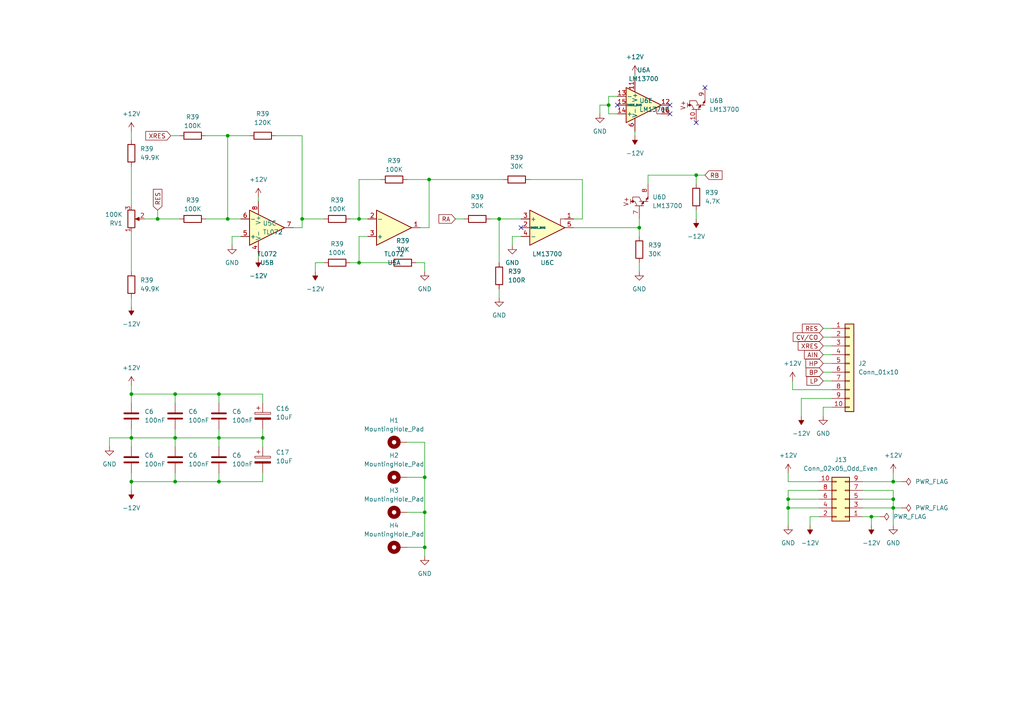
<source format=kicad_sch>
(kicad_sch (version 20230121) (generator eeschema)
  (paper "A4")
  (lib_symbols
    (symbol "Amplifier_Operational:LM13700" (pin_names (offset 0.127))
      (property "Reference" "U" (at 3.81 5.08 0))
      (property "Value" "LM13700" (at 5.08 -5.08 0))
      (symbol "LM13700_1_1"
        (polyline (pts (xy 3.81 -0.635) (xy 3.81 -2.54) (xy 5.08 -2.54)))
        (polyline (pts (xy 5.08 0) (xy -5.08 -5.08) (xy -5.08 5.08) (xy 5.08 0)) (stroke (width 0.254)) (fill (type background)))
        (pin output line (at 7.62 0 180) (length 2.54) (name "~") (number "12"))
        (pin input line (at -7.62 2.54 0) (length 2.54) (name "-") (number "13"))
        (pin input line (at -7.62 -2.54 0) (length 2.54) (name "+") (number "14"))
        (pin input line (at -7.62 0 0) (length 2.54) (name "DIODE_BIAS") (number "15"))
        (pin input line (at 7.62 -2.54 180) (length 2.54) (name "~") (number "16"))
      )
      (symbol "LM13700_2_0"
        (polyline (pts (xy -1.905 2.54) (xy -3.175 2.54)))
      )
      (symbol "LM13700_2_1"
        (circle (center -2.54 1.905) (radius 0.254) (stroke (width 0.254)) (fill (type outline)))
        (polyline (pts (xy -3.81 -0.635) (xy -2.54 -1.27)))
        (polyline (pts (xy -3.81 1.27) (xy -3.81 -1.27)))
        (polyline (pts (xy -2.54 -1.905) (xy -1.27 -2.54)))
        (polyline (pts (xy -2.54 0) (xy -2.54 -2.54)))
        (polyline (pts (xy -3.81 0.635) (xy -2.54 1.27) (xy -2.54 1.905) (xy -2.54 2.54)))
        (polyline (pts (xy -2.54 -1.27) (xy -3.175 -0.635) (xy -3.175 -1.27) (xy -2.54 -1.27)) (fill (type outline)))
        (polyline (pts (xy -2.54 -0.635) (xy -1.27 0) (xy -1.27 1.905) (xy -2.54 1.905)))
        (polyline (pts (xy -1.27 -2.54) (xy -1.905 -1.905) (xy -1.905 -2.54) (xy -1.27 -2.54)) (fill (type outline)))
        (text "V+" (at -2.54 3.81 0) (effects (font (size 1.27 1.27))))
        (pin input line (at -7.62 0 0) (length 3.81) (name "~") (number "10"))
        (pin output line (at 2.54 -2.54 180) (length 3.81) (name "~") (number "9"))
      )
      (symbol "LM13700_3_1"
        (polyline (pts (xy 3.81 -0.635) (xy 3.81 -2.54) (xy 5.08 -2.54)))
        (polyline (pts (xy 5.08 0) (xy -5.08 -5.08) (xy -5.08 5.08) (xy 5.08 0)) (stroke (width 0.254)) (fill (type background)))
        (pin input line (at 7.62 -2.54 180) (length 2.54) (name "~") (number "1"))
        (pin input line (at -7.62 0 0) (length 2.54) (name "DIODE_BIAS") (number "2"))
        (pin input line (at -7.62 -2.54 0) (length 2.54) (name "+") (number "3"))
        (pin input line (at -7.62 2.54 0) (length 2.54) (name "-") (number "4"))
        (pin output line (at 7.62 0 180) (length 2.54) (name "~") (number "5"))
      )
      (symbol "LM13700_4_0"
        (polyline (pts (xy -3.175 2.54) (xy -1.905 2.54)))
        (text "V+" (at -2.54 3.81 0) (effects (font (size 1.27 1.27))))
      )
      (symbol "LM13700_4_1"
        (circle (center -2.54 1.905) (radius 0.254) (stroke (width 0.254)) (fill (type outline)))
        (polyline (pts (xy -3.81 -0.635) (xy -2.54 -1.27)))
        (polyline (pts (xy -3.81 1.27) (xy -3.81 -1.27)))
        (polyline (pts (xy -2.54 -1.905) (xy -1.27 -2.54)))
        (polyline (pts (xy -2.54 0) (xy -2.54 -2.54)))
        (polyline (pts (xy -3.81 0.635) (xy -2.54 1.27) (xy -2.54 2.54)))
        (polyline (pts (xy -2.54 -1.27) (xy -3.175 -0.635) (xy -3.175 -1.27) (xy -2.54 -1.27)) (fill (type outline)))
        (polyline (pts (xy -2.54 -0.635) (xy -1.27 0) (xy -1.27 1.905) (xy -2.54 1.905)))
        (polyline (pts (xy -1.27 -2.54) (xy -1.905 -1.905) (xy -1.905 -2.54) (xy -1.27 -2.54)) (fill (type outline)))
        (pin input line (at -7.62 0 0) (length 3.81) (name "~") (number "7"))
        (pin output line (at 2.54 -2.54 180) (length 3.81) (name "~") (number "8"))
      )
      (symbol "LM13700_5_1"
        (pin power_in line (at -2.54 7.62 270) (length 3.81) (name "V+") (number "11"))
        (pin power_in line (at -2.54 -7.62 90) (length 3.81) (name "V-") (number "6"))
      )
    )
    (symbol "Amplifier_Operational:TL072" (pin_names (offset 0.127))
      (property "Reference" "U" (at 0 5.08 0))
      (property "Value" "TL072" (at 0 -5.08 0))
      (symbol "TL072_1_1"
        (polyline (pts (xy -5.08 5.08) (xy 5.08 0) (xy -5.08 -5.08) (xy -5.08 5.08)) (stroke (width 0.254)) (fill (type background)))
        (pin output line (at 7.62 0 180) (length 2.54) (name "~") (number "1"))
        (pin input line (at -7.62 -2.54 0) (length 2.54) (name "-") (number "2"))
        (pin input line (at -7.62 2.54 0) (length 2.54) (name "+") (number "3"))
      )
      (symbol "TL072_2_1"
        (polyline (pts (xy -5.08 5.08) (xy 5.08 0) (xy -5.08 -5.08) (xy -5.08 5.08)) (stroke (width 0.254)) (fill (type background)))
        (pin input line (at -7.62 2.54 0) (length 2.54) (name "+") (number "5"))
        (pin input line (at -7.62 -2.54 0) (length 2.54) (name "-") (number "6"))
        (pin output line (at 7.62 0 180) (length 2.54) (name "~") (number "7"))
      )
      (symbol "TL072_3_1"
        (pin power_in line (at -2.54 -7.62 90) (length 3.81) (name "V-") (number "4"))
        (pin power_in line (at -2.54 7.62 270) (length 3.81) (name "V+") (number "8"))
      )
    )
    (symbol "Connector_Generic:Conn_01x10" (pin_names (offset 1.016) hide)
      (property "Reference" "J" (at 0 12.7 0))
      (property "Value" "Conn_01x10" (at 0 -15.24 0))
      (symbol "Conn_01x10_1_1"
        (rectangle (start -1.27 -12.573) (end 0 -12.827) (stroke (width 0.1524)))
        (rectangle (start -1.27 -10.033) (end 0 -10.287) (stroke (width 0.1524)))
        (rectangle (start -1.27 -7.493) (end 0 -7.747) (stroke (width 0.1524)))
        (rectangle (start -1.27 -4.953) (end 0 -5.207) (stroke (width 0.1524)))
        (rectangle (start -1.27 -2.413) (end 0 -2.667) (stroke (width 0.1524)))
        (rectangle (start -1.27 0.127) (end 0 -0.127) (stroke (width 0.1524)))
        (rectangle (start -1.27 2.667) (end 0 2.413) (stroke (width 0.1524)))
        (rectangle (start -1.27 5.207) (end 0 4.953) (stroke (width 0.1524)))
        (rectangle (start -1.27 7.747) (end 0 7.493) (stroke (width 0.1524)))
        (rectangle (start -1.27 10.287) (end 0 10.033) (stroke (width 0.1524)))
        (rectangle (start -1.27 11.43) (end 1.27 -13.97) (stroke (width 0.254)) (fill (type background)))
        (pin passive line (at -5.08 10.16 0) (length 3.81) (name "Pin_1") (number "1"))
        (pin passive line (at -5.08 -12.7 0) (length 3.81) (name "Pin_10") (number "10"))
        (pin passive line (at -5.08 7.62 0) (length 3.81) (name "Pin_2") (number "2"))
        (pin passive line (at -5.08 5.08 0) (length 3.81) (name "Pin_3") (number "3"))
        (pin passive line (at -5.08 2.54 0) (length 3.81) (name "Pin_4") (number "4"))
        (pin passive line (at -5.08 0 0) (length 3.81) (name "Pin_5") (number "5"))
        (pin passive line (at -5.08 -2.54 0) (length 3.81) (name "Pin_6") (number "6"))
        (pin passive line (at -5.08 -5.08 0) (length 3.81) (name "Pin_7") (number "7"))
        (pin passive line (at -5.08 -7.62 0) (length 3.81) (name "Pin_8") (number "8"))
        (pin passive line (at -5.08 -10.16 0) (length 3.81) (name "Pin_9") (number "9"))
      )
    )
    (symbol "Connector_Generic:Conn_02x05_Odd_Even" (pin_names (offset 1.016) hide)
      (property "Reference" "J" (at 1.27 7.62 0))
      (property "Value" "Conn_02x05_Odd_Even" (at 1.27 -7.62 0))
      (symbol "Conn_02x05_Odd_Even_1_1"
        (rectangle (start -1.27 -4.953) (end 0 -5.207) (stroke (width 0.1524)))
        (rectangle (start -1.27 -2.413) (end 0 -2.667) (stroke (width 0.1524)))
        (rectangle (start -1.27 0.127) (end 0 -0.127) (stroke (width 0.1524)))
        (rectangle (start -1.27 2.667) (end 0 2.413) (stroke (width 0.1524)))
        (rectangle (start -1.27 5.207) (end 0 4.953) (stroke (width 0.1524)))
        (rectangle (start -1.27 6.35) (end 3.81 -6.35) (stroke (width 0.254)) (fill (type background)))
        (rectangle (start 3.81 -4.953) (end 2.54 -5.207) (stroke (width 0.1524)))
        (rectangle (start 3.81 -2.413) (end 2.54 -2.667) (stroke (width 0.1524)))
        (rectangle (start 3.81 0.127) (end 2.54 -0.127) (stroke (width 0.1524)))
        (rectangle (start 3.81 2.667) (end 2.54 2.413) (stroke (width 0.1524)))
        (rectangle (start 3.81 5.207) (end 2.54 4.953) (stroke (width 0.1524)))
        (pin passive line (at -5.08 5.08 0) (length 3.81) (name "Pin_1") (number "1"))
        (pin passive line (at 7.62 -5.08 180) (length 3.81) (name "Pin_10") (number "10"))
        (pin passive line (at 7.62 5.08 180) (length 3.81) (name "Pin_2") (number "2"))
        (pin passive line (at -5.08 2.54 0) (length 3.81) (name "Pin_3") (number "3"))
        (pin passive line (at 7.62 2.54 180) (length 3.81) (name "Pin_4") (number "4"))
        (pin passive line (at -5.08 0 0) (length 3.81) (name "Pin_5") (number "5"))
        (pin passive line (at 7.62 0 180) (length 3.81) (name "Pin_6") (number "6"))
        (pin passive line (at -5.08 -2.54 0) (length 3.81) (name "Pin_7") (number "7"))
        (pin passive line (at 7.62 -2.54 180) (length 3.81) (name "Pin_8") (number "8"))
        (pin passive line (at -5.08 -5.08 0) (length 3.81) (name "Pin_9") (number "9"))
      )
    )
    (symbol "Device:C" (pin_numbers hide) (pin_names (offset 0.254))
      (property "Reference" "C" (at 0.635 2.54 0))
      (property "Value" "C" (at 0.635 -2.54 0))
      (symbol "C_0_1"
        (polyline (pts (xy -2.032 -0.762) (xy 2.032 -0.762)) (stroke (width 0.508)))
        (polyline (pts (xy -2.032 0.762) (xy 2.032 0.762)) (stroke (width 0.508)))
      )
      (symbol "C_1_1"
        (pin passive line (at 0 3.81 270) (length 2.794) (name "~") (number "1"))
        (pin passive line (at 0 -3.81 90) (length 2.794) (name "~") (number "2"))
      )
    )
    (symbol "Device:C_Polarized" (pin_numbers hide) (pin_names (offset 0.254))
      (property "Reference" "C" (at 0.635 2.54 0))
      (property "Value" "C_Polarized" (at 0.635 -2.54 0))
      (symbol "C_Polarized_0_1"
        (rectangle (start -2.286 0.508) (end 2.286 1.016))
        (polyline (pts (xy -1.778 2.286) (xy -0.762 2.286)))
        (polyline (pts (xy -1.27 2.794) (xy -1.27 1.778)))
        (rectangle (start 2.286 -0.508) (end -2.286 -1.016) (fill (type outline)))
      )
      (symbol "C_Polarized_1_1"
        (pin passive line (at 0 3.81 270) (length 2.794) (name "~") (number "1"))
        (pin passive line (at 0 -3.81 90) (length 2.794) (name "~") (number "2"))
      )
    )
    (symbol "Device:R" (pin_numbers hide) (pin_names (offset 0))
      (property "Reference" "R" (at 2.032 0 90))
      (property "Value" "R" (at 0 0 90))
      (symbol "R_0_1"
        (rectangle (start -1.016 -2.54) (end 1.016 2.54) (stroke (width 0.254)))
      )
      (symbol "R_1_1"
        (pin passive line (at 0 3.81 270) (length 1.27) (name "~") (number "1"))
        (pin passive line (at 0 -3.81 90) (length 1.27) (name "~") (number "2"))
      )
    )
    (symbol "Device:R_Potentiometer" (pin_names (offset 1.016) hide)
      (property "Reference" "RV" (at -4.445 0 90))
      (property "Value" "R_Potentiometer" (at -2.54 0 90))
      (symbol "R_Potentiometer_0_1"
        (polyline (pts (xy 2.54 0) (xy 1.524 0)))
        (polyline (pts (xy 1.143 0) (xy 2.286 0.508) (xy 2.286 -0.508) (xy 1.143 0)) (fill (type outline)))
        (rectangle (start 1.016 2.54) (end -1.016 -2.54) (stroke (width 0.254)))
      )
      (symbol "R_Potentiometer_1_1"
        (pin passive line (at 0 3.81 270) (length 1.27) (name "1") (number "1"))
        (pin passive line (at 3.81 0 180) (length 1.27) (name "2") (number "2"))
        (pin passive line (at 0 -3.81 90) (length 1.27) (name "3") (number "3"))
      )
    )
    (symbol "Mechanical:MountingHole_Pad" (pin_numbers hide) (pin_names (offset 1.016) hide)
      (property "Reference" "H" (at 0 6.35 0))
      (property "Value" "MountingHole_Pad" (at 0 4.445 0))
      (symbol "MountingHole_Pad_0_1"
        (circle (center 0 1.27) (radius 1.27) (stroke (width 1.27)))
      )
      (symbol "MountingHole_Pad_1_1"
        (pin input line (at 0 -2.54 90) (length 2.54) (name "1") (number "1"))
      )
    )
    (symbol "power:+12V" (power) (pin_names (offset 0))
      (property "Value" "+12V" (at 0 3.556 0))
      (symbol "+12V_0_1"
        (polyline (pts (xy -0.762 1.27) (xy 0 2.54)))
        (polyline (pts (xy 0 0) (xy 0 2.54)))
        (polyline (pts (xy 0 2.54) (xy 0.762 1.27)))
      )
      (symbol "+12V_1_1"
        (pin power_in line (at 0 0 90) (length 0) hide (name "+12V") (number "1"))
      )
    )
    (symbol "power:-12V" (power) (pin_names (offset 0))
      (property "Value" "-12V" (at 0 3.81 0))
      (symbol "-12V_0_0"
        (pin power_in line (at 0 0 90) (length 0) hide (name "-12V") (number "1"))
      )
      (symbol "-12V_0_1"
        (polyline (pts (xy 0 0) (xy 0 1.27) (xy 0.762 1.27) (xy 0 2.54) (xy -0.762 1.27) (xy 0 1.27)) (fill (type outline)))
      )
    )
    (symbol "power:GND" (power) (pin_names (offset 0))
      (property "Value" "GND" (at 0 -3.81 0))
      (symbol "GND_0_1"
        (polyline (pts (xy 0 0) (xy 0 -1.27) (xy 1.27 -1.27) (xy 0 -2.54) (xy -1.27 -1.27) (xy 0 -1.27)))
      )
      (symbol "GND_1_1"
        (pin power_in line (at 0 0 270) (length 0) hide (name "GND") (number "1"))
      )
    )
    (symbol "power:PWR_FLAG" (power) (pin_numbers hide) (pin_names (offset 0) hide)
      (property "Value" "PWR_FLAG" (at 0 3.81 0))
      (symbol "PWR_FLAG_0_0"
        (pin power_out line (at 0 0 90) (length 0) (name "pwr") (number "1"))
      )
      (symbol "PWR_FLAG_0_1"
        (polyline (pts (xy 0 0) (xy 0 1.27) (xy -1.016 1.905) (xy 0 2.54) (xy 1.016 1.905) (xy 0 1.27)))
      )
    )
  )
  (junction (at 66.04 39.37))
  (junction (at 228.6 147.32))
  (junction (at 201.93 50.8))
  (junction (at 38.1 127))
  (junction (at 63.5 114.3))
  (junction (at 66.04 63.5))
  (junction (at 259.08 147.32))
  (junction (at 45.72 63.5))
  (junction (at 76.2 127))
  (junction (at 124.46 52.07))
  (junction (at 50.8 114.3))
  (junction (at 123.19 138.43))
  (junction (at 185.42 66.04))
  (junction (at 104.14 76.2))
  (junction (at 176.53 30.48))
  (junction (at 104.14 63.5))
  (junction (at 38.1 114.3))
  (junction (at 50.8 139.7))
  (junction (at 38.1 139.7))
  (junction (at 252.73 149.86))
  (junction (at 123.19 158.75))
  (junction (at 63.5 139.7))
  (junction (at 87.63 63.5))
  (junction (at 259.08 144.78))
  (junction (at 228.6 144.78))
  (junction (at 259.08 139.7))
  (junction (at 50.8 127))
  (junction (at 144.78 63.5))
  (junction (at 63.5 127))
  (junction (at 123.19 148.59))
  (no_connect (at 179.07 30.48))
  (no_connect (at 204.47 25.4))
  (no_connect (at 201.93 35.56))
  (no_connect (at 194.31 33.02))
  (no_connect (at 194.31 30.48))
  (no_connect (at 151.13 66.04))
  (wire (pts (xy 50.8 127) (xy 50.8 129.54)))
  (wire (pts (xy 238.76 95.25) (xy 241.3 95.25)))
  (wire (pts (xy 237.49 149.86) (xy 234.95 149.86)))
  (wire (pts (xy 123.19 138.43) (xy 123.19 148.59)))
  (wire (pts (xy 123.19 158.75) (xy 123.19 161.29)))
  (wire (pts (xy 148.59 68.58) (xy 148.59 71.12)))
  (wire (pts (xy 38.1 127) (xy 38.1 129.54)))
  (wire (pts (xy 59.69 39.37) (xy 66.04 39.37)))
  (wire (pts (xy 228.6 147.32) (xy 228.6 152.4)))
  (wire (pts (xy 238.76 105.41) (xy 241.3 105.41)))
  (wire (pts (xy 38.1 86.36) (xy 38.1 88.9)))
  (wire (pts (xy 173.99 30.48) (xy 176.53 30.48)))
  (wire (pts (xy 229.87 113.03) (xy 229.87 110.49)))
  (wire (pts (xy 238.76 110.49) (xy 241.3 110.49)))
  (wire (pts (xy 176.53 30.48) (xy 176.53 33.02)))
  (wire (pts (xy 38.1 38.1) (xy 38.1 40.64)))
  (wire (pts (xy 66.04 63.5) (xy 66.04 39.37)))
  (wire (pts (xy 38.1 139.7) (xy 50.8 139.7)))
  (wire (pts (xy 76.2 127) (xy 76.2 124.46)))
  (wire (pts (xy 45.72 63.5) (xy 52.07 63.5)))
  (wire (pts (xy 41.91 63.5) (xy 45.72 63.5)))
  (wire (pts (xy 132.08 63.5) (xy 134.62 63.5)))
  (wire (pts (xy 252.73 149.86) (xy 255.27 149.86)))
  (wire (pts (xy 234.95 149.86) (xy 234.95 152.4)))
  (wire (pts (xy 259.08 147.32) (xy 259.08 152.4)))
  (wire (pts (xy 67.31 68.58) (xy 69.85 68.58)))
  (wire (pts (xy 250.19 147.32) (xy 259.08 147.32)))
  (wire (pts (xy 144.78 83.82) (xy 144.78 86.36)))
  (wire (pts (xy 85.09 66.04) (xy 87.63 66.04)))
  (wire (pts (xy 237.49 142.24) (xy 228.6 142.24)))
  (wire (pts (xy 259.08 139.7) (xy 261.62 139.7)))
  (wire (pts (xy 259.08 139.7) (xy 259.08 137.16)))
  (wire (pts (xy 50.8 137.16) (xy 50.8 139.7)))
  (wire (pts (xy 238.76 102.87) (xy 241.3 102.87)))
  (wire (pts (xy 63.5 124.46) (xy 63.5 127)))
  (wire (pts (xy 38.1 124.46) (xy 38.1 127)))
  (wire (pts (xy 123.19 148.59) (xy 123.19 158.75)))
  (wire (pts (xy 110.49 52.07) (xy 104.14 52.07)))
  (wire (pts (xy 38.1 111.76) (xy 38.1 114.3)))
  (wire (pts (xy 66.04 39.37) (xy 72.39 39.37)))
  (wire (pts (xy 118.11 128.27) (xy 123.19 128.27)))
  (wire (pts (xy 67.31 68.58) (xy 67.31 71.12)))
  (wire (pts (xy 173.99 33.02) (xy 173.99 30.48)))
  (wire (pts (xy 228.6 139.7) (xy 228.6 137.16)))
  (wire (pts (xy 124.46 52.07) (xy 124.46 66.04)))
  (wire (pts (xy 179.07 27.94) (xy 176.53 27.94)))
  (wire (pts (xy 185.42 76.2) (xy 185.42 78.74)))
  (wire (pts (xy 76.2 127) (xy 76.2 129.54)))
  (wire (pts (xy 201.93 50.8) (xy 201.93 53.34)))
  (wire (pts (xy 118.11 52.07) (xy 124.46 52.07)))
  (wire (pts (xy 87.63 66.04) (xy 87.63 63.5)))
  (wire (pts (xy 118.11 138.43) (xy 123.19 138.43)))
  (wire (pts (xy 232.41 115.57) (xy 232.41 120.65)))
  (wire (pts (xy 123.19 76.2) (xy 120.65 76.2)))
  (wire (pts (xy 50.8 127) (xy 63.5 127)))
  (wire (pts (xy 185.42 66.04) (xy 185.42 63.5)))
  (wire (pts (xy 176.53 27.94) (xy 176.53 30.48)))
  (wire (pts (xy 144.78 63.5) (xy 151.13 63.5)))
  (wire (pts (xy 168.91 52.07) (xy 153.67 52.07)))
  (wire (pts (xy 104.14 68.58) (xy 106.68 68.58)))
  (wire (pts (xy 38.1 114.3) (xy 50.8 114.3)))
  (wire (pts (xy 101.6 76.2) (xy 104.14 76.2)))
  (wire (pts (xy 38.1 67.31) (xy 38.1 78.74)))
  (wire (pts (xy 63.5 114.3) (xy 76.2 114.3)))
  (wire (pts (xy 49.53 39.37) (xy 52.07 39.37)))
  (wire (pts (xy 38.1 127) (xy 50.8 127)))
  (wire (pts (xy 93.98 76.2) (xy 91.44 76.2)))
  (wire (pts (xy 228.6 142.24) (xy 228.6 144.78)))
  (wire (pts (xy 63.5 139.7) (xy 76.2 139.7)))
  (wire (pts (xy 38.1 114.3) (xy 38.1 116.84)))
  (wire (pts (xy 187.96 50.8) (xy 201.93 50.8)))
  (wire (pts (xy 101.6 63.5) (xy 104.14 63.5)))
  (wire (pts (xy 241.3 115.57) (xy 232.41 115.57)))
  (wire (pts (xy 168.91 63.5) (xy 168.91 52.07)))
  (wire (pts (xy 63.5 127) (xy 76.2 127)))
  (wire (pts (xy 241.3 118.11) (xy 238.76 118.11)))
  (wire (pts (xy 118.11 148.59) (xy 123.19 148.59)))
  (wire (pts (xy 237.49 139.7) (xy 228.6 139.7)))
  (wire (pts (xy 74.93 73.66) (xy 74.93 74.93)))
  (wire (pts (xy 166.37 63.5) (xy 168.91 63.5)))
  (wire (pts (xy 66.04 63.5) (xy 69.85 63.5)))
  (wire (pts (xy 31.75 129.54) (xy 31.75 127)))
  (wire (pts (xy 63.5 137.16) (xy 63.5 139.7)))
  (wire (pts (xy 118.11 158.75) (xy 123.19 158.75)))
  (wire (pts (xy 252.73 149.86) (xy 252.73 152.4)))
  (wire (pts (xy 238.76 107.95) (xy 241.3 107.95)))
  (wire (pts (xy 151.13 68.58) (xy 148.59 68.58)))
  (wire (pts (xy 184.15 38.1) (xy 184.15 39.37)))
  (wire (pts (xy 38.1 137.16) (xy 38.1 139.7)))
  (wire (pts (xy 59.69 63.5) (xy 66.04 63.5)))
  (wire (pts (xy 201.93 60.96) (xy 201.93 63.5)))
  (wire (pts (xy 259.08 147.32) (xy 261.62 147.32)))
  (wire (pts (xy 87.63 39.37) (xy 80.01 39.37)))
  (wire (pts (xy 50.8 114.3) (xy 63.5 114.3)))
  (wire (pts (xy 76.2 139.7) (xy 76.2 137.16)))
  (wire (pts (xy 238.76 118.11) (xy 238.76 120.65)))
  (wire (pts (xy 63.5 127) (xy 63.5 129.54)))
  (wire (pts (xy 45.72 60.96) (xy 45.72 63.5)))
  (wire (pts (xy 87.63 63.5) (xy 93.98 63.5)))
  (wire (pts (xy 241.3 113.03) (xy 229.87 113.03)))
  (wire (pts (xy 104.14 63.5) (xy 106.68 63.5)))
  (wire (pts (xy 123.19 78.74) (xy 123.19 76.2)))
  (wire (pts (xy 91.44 76.2) (xy 91.44 78.74)))
  (wire (pts (xy 124.46 52.07) (xy 146.05 52.07)))
  (wire (pts (xy 124.46 66.04) (xy 121.92 66.04)))
  (wire (pts (xy 250.19 149.86) (xy 252.73 149.86)))
  (wire (pts (xy 259.08 142.24) (xy 259.08 144.78)))
  (wire (pts (xy 104.14 68.58) (xy 104.14 76.2)))
  (wire (pts (xy 228.6 144.78) (xy 228.6 147.32)))
  (wire (pts (xy 38.1 48.26) (xy 38.1 59.69)))
  (wire (pts (xy 38.1 142.24) (xy 38.1 139.7)))
  (wire (pts (xy 250.19 139.7) (xy 259.08 139.7)))
  (wire (pts (xy 259.08 144.78) (xy 259.08 147.32)))
  (wire (pts (xy 184.15 21.59) (xy 184.15 22.86)))
  (wire (pts (xy 50.8 124.46) (xy 50.8 127)))
  (wire (pts (xy 228.6 144.78) (xy 237.49 144.78)))
  (wire (pts (xy 74.93 57.15) (xy 74.93 58.42)))
  (wire (pts (xy 50.8 114.3) (xy 50.8 116.84)))
  (wire (pts (xy 123.19 128.27) (xy 123.19 138.43)))
  (wire (pts (xy 176.53 33.02) (xy 179.07 33.02)))
  (wire (pts (xy 228.6 147.32) (xy 237.49 147.32)))
  (wire (pts (xy 50.8 139.7) (xy 63.5 139.7)))
  (wire (pts (xy 250.19 142.24) (xy 259.08 142.24)))
  (wire (pts (xy 185.42 66.04) (xy 185.42 68.58)))
  (wire (pts (xy 87.63 63.5) (xy 87.63 39.37)))
  (wire (pts (xy 238.76 97.79) (xy 241.3 97.79)))
  (wire (pts (xy 142.24 63.5) (xy 144.78 63.5)))
  (wire (pts (xy 104.14 52.07) (xy 104.14 63.5)))
  (wire (pts (xy 31.75 127) (xy 38.1 127)))
  (wire (pts (xy 250.19 144.78) (xy 259.08 144.78)))
  (wire (pts (xy 166.37 66.04) (xy 185.42 66.04)))
  (wire (pts (xy 144.78 63.5) (xy 144.78 76.2)))
  (wire (pts (xy 63.5 114.3) (xy 63.5 116.84)))
  (wire (pts (xy 187.96 53.34) (xy 187.96 50.8)))
  (wire (pts (xy 238.76 100.33) (xy 241.3 100.33)))
  (wire (pts (xy 201.93 50.8) (xy 204.47 50.8)))
  (wire (pts (xy 76.2 114.3) (xy 76.2 116.84)))
  (wire (pts (xy 104.14 76.2) (xy 113.03 76.2)))
  (global_label "BP" (shape input) (at 238.76 107.95 180) (property "Intersheetrefs" "${INTERSHEET_REFS}" (effects hide)))
  (global_label "LP" (shape input) (at 238.76 110.49 180) (property "Intersheetrefs" "${INTERSHEET_REFS}" (effects hide)))
  (global_label "RES" (shape input) (at 45.72 60.96 90) (property "Intersheetrefs" "${INTERSHEET_REFS}" (effects hide)))
  (global_label "RB" (shape input) (at 204.47 50.8 0) (property "Intersheetrefs" "${INTERSHEET_REFS}" (effects hide)))
  (global_label "CV{slash}CO" (shape input) (at 238.76 97.79 180) (property "Intersheetrefs" "${INTERSHEET_REFS}" (effects hide)))
  (global_label "AIN" (shape input) (at 238.76 102.87 180) (property "Intersheetrefs" "${INTERSHEET_REFS}" (effects hide)))
  (global_label "RA" (shape input) (at 132.08 63.5 180) (property "Intersheetrefs" "${INTERSHEET_REFS}" (effects hide)))
  (global_label "RES" (shape input) (at 238.76 95.25 180) (property "Intersheetrefs" "${INTERSHEET_REFS}" (effects hide)))
  (global_label "HP" (shape input) (at 238.76 105.41 180) (property "Intersheetrefs" "${INTERSHEET_REFS}" (effects hide)))
  (global_label "XRES" (shape input) (at 49.53 39.37 180) (property "Intersheetrefs" "${INTERSHEET_REFS}" (effects hide)))
  (global_label "XRES" (shape input) (at 238.76 100.33 180) (property "Intersheetrefs" "${INTERSHEET_REFS}" (effects hide)))
  (symbol (lib_id "power:-12V") (at 38.1 142.24 180) (unit 1)
    (property "Reference" "#PWR053" (effects hide))
    (property "Value" "-12V" (at 38.1 147.32 0))
  )
  (symbol (lib_id "Device:R") (at 149.86 52.07 90) (unit 1)
    (property "Reference" "R39" (at 149.86 45.72 90))
    (property "Value" "30K" (at 149.86 48.26 90))
    (property "Footprint" "Library:R_Axial_DIN0207_L6.3mm_D2.5mm_P7.62mm_Horizontal" (effects hide))
    (instances (project "VCF" (path "" (reference "R39") (unit 1)) (path "" (reference "R49") (unit 1))))
  )
  (symbol (lib_id "Device:R") (at 76.2 39.37 90) (unit 1)
    (property "Reference" "R39" (at 76.2 33.02 90))
    (property "Value" "120K" (at 76.2 35.56 90))
    (property "Footprint" "Library:R_Axial_DIN0207_L6.3mm_D2.5mm_P7.62mm_Horizontal" (effects hide))
    (instances (project "VCF" (path "" (reference "R39") (unit 1)) (path "" (reference "R44") (unit 1))))
  )
  (symbol (lib_id "Amplifier_Operational:TL072") (at 77.47 66.04 0) (mirror x) (unit 2)
    (property "Reference" "U5" (at 77.47 76.2 0))
    (property "Value" "TL072" (at 77.47 73.66 0))
    (property "Footprint" "Package_DIP:DIP-8_W7.62mm_Socket_LongPads" (effects hide))
    (property "Datasheet" "http://www.ti.com/lit/ds/symlink/tl071.pdf" (effects hide))
  )
  (symbol (lib_id "power:GND") (at 123.19 161.29 0) (unit 1)
    (property "Reference" "#PWR055" (effects hide))
    (property "Value" "GND" (at 123.19 166.37 0))
  )
  (symbol (lib_id "power:GND") (at 67.31 71.12 0) (unit 1)
    (property "Reference" "#PWR036" (effects hide))
    (property "Value" "GND" (at 67.31 76.2 0))
  )
  (symbol (lib_id "power:PWR_FLAG") (at 261.62 139.7 270) (unit 1)
    (property "Reference" "#FLG02" (effects hide))
    (property "Value" "PWR_FLAG" (at 265.43 139.7 90) (effects (justify left)))
    (instances (project "VCF" (path "" (reference "#FLG02") (unit 1))) (project "Noise" (path "" (reference "#FLG01") (unit 1))))
  )
  (symbol (lib_id "power:-12V") (at 234.95 152.4 180) (unit 1)
    (property "Reference" "#PWR055" (effects hide))
    (property "Value" "-12V" (at 234.95 157.48 0))
    (instances (project "VCO" (path "" (reference "#PWR055") (unit 1))) (project "VCF" (path "" (reference "#PWR048") (unit 1))) (project "Noise" (path "" (reference "#PWR033") (unit 1))) (project "VCA" (path "" (reference "#PWR054") (unit 1))) (project "LFO" (path "" (reference "#PWR056") (unit 1))))
  )
  (symbol (lib_id "Device:R") (at 55.88 63.5 90) (unit 1)
    (property "Reference" "R39" (at 55.88 58.0649 90))
    (property "Value" "100K" (at 55.88 60.6049 90))
    (property "Footprint" "Library:R_Axial_DIN0207_L6.3mm_D2.5mm_P7.62mm_Horizontal" (effects hide))
    (instances (project "VCF" (path "" (reference "R39") (unit 1)) (path "" (reference "R43") (unit 1))))
  )
  (symbol (lib_id "power:GND") (at 31.75 129.54 0) (unit 1)
    (property "Reference" "#PWR052" (effects hide))
    (property "Value" "GND" (at 31.75 134.62 0))
  )
  (symbol (lib_id "power:GND") (at 123.19 78.74 0) (unit 1)
    (property "Reference" "#PWR038" (effects hide))
    (property "Value" "GND" (at 123.19 83.82 0))
  )
  (symbol (lib_id "power:-12V") (at 91.44 78.74 180) (unit 1)
    (property "Reference" "#PWR037" (effects hide))
    (property "Value" "-12V" (at 91.44 83.82 0))
  )
  (symbol (lib_id "power:+12V") (at 228.6 137.16 0) (unit 1)
    (property "Reference" "#PWR053" (effects hide))
    (property "Value" "+12V" (at 228.6 132.08 0))
    (instances (project "VCO" (path "" (reference "#PWR053") (unit 1))) (project "VCF" (path "" (reference "#PWR046") (unit 1))) (project "Noise" (path "" (reference "#PWR031") (unit 1))) (project "VCA" (path "" (reference "#PWR052") (unit 1))) (project "LFO" (path "" (reference "#PWR054") (unit 1))))
  )
  (symbol (lib_id "Amplifier_Operational:LM13700") (at 158.75 66.04 0) (mirror x) (unit 3)
    (property "Reference" "U6" (at 158.75 76.2 0))
    (property "Value" "LM13700" (at 158.75 73.66 0))
    (property "Footprint" "Package_DIP:DIP-16_W7.62mm_Socket_LongPads" (effects hide))
    (property "Datasheet" "http://www.ti.com/lit/ds/symlink/lm13700.pdf" (effects hide))
  )
  (symbol (lib_id "power:-12V") (at 201.93 63.5 180) (unit 1)
    (property "Reference" "#PWR045" (effects hide))
    (property "Value" "-12V" (at 201.93 68.58 0))
  )
  (symbol (lib_id "Device:C") (at 63.5 133.35 0) (unit 1)
    (property "Reference" "C6" (at 67.31 132.08 0) (effects (justify left)))
    (property "Value" "100nF" (at 67.31 134.62 0) (effects (justify left)))
    (property "Footprint" "Capacitor_THT:C_Disc_D3.0mm_W2.0mm_P2.50mm" (effects hide))
    (instances (project "VCF" (path "" (reference "C6") (unit 1)) (path "" (reference "C15") (unit 1))) (project "Noise" (path "" (reference "C6") (unit 1))))
  )
  (symbol (lib_id "power:PWR_FLAG") (at 261.62 147.32 270) (unit 1)
    (property "Reference" "#FLG03" (effects hide))
    (property "Value" "PWR_FLAG" (at 265.43 147.32 90) (effects (justify left)))
    (instances (project "VCF" (path "" (reference "#FLG03") (unit 1))) (project "Noise" (path "" (reference "#FLG02") (unit 1))))
  )
  (symbol (lib_id "power:GND") (at 238.76 120.65 0) (unit 1)
    (property "Reference" "#PWR058" (effects hide))
    (property "Value" "GND" (at 238.76 125.73 0))
    (instances (project "VCO" (path "" (reference "#PWR058") (unit 1))) (project "VCF" (path "" (reference "#PWR056") (unit 1))) (project "Noise" (path "" (reference "#PWR036") (unit 1))) (project "VCA" (path "" (reference "#PWR057") (unit 1))) (project "LFO" (path "" (reference "#PWR059") (unit 1))))
  )
  (symbol (lib_id "power:PWR_FLAG") (at 255.27 149.86 270) (unit 1)
    (property "Reference" "#FLG01" (effects hide))
    (property "Value" "PWR_FLAG" (at 259.08 149.86 90) (effects (justify left)))
    (instances (project "VCF" (path "" (reference "#FLG01") (unit 1))) (project "Noise" (path "" (reference "#FLG03") (unit 1))))
  )
  (symbol (lib_id "power:+12V") (at 74.93 57.15 0) (unit 1)
    (property "Reference" "#PWR034" (effects hide))
    (property "Value" "+12V" (at 74.93 52.07 0))
  )
  (symbol (lib_id "Mechanical:MountingHole_Pad") (at 115.57 148.59 90) (unit 1)
    (property "Reference" "H3" (at 114.3 142.24 90))
    (property "Value" "MountingHole_Pad" (at 114.3 144.78 90))
    (property "Footprint" "MountingHole:MountingHole_3.2mm_M3_Pad" (effects hide))
  )
  (symbol (lib_id "Device:R") (at 114.3 52.07 90) (unit 1)
    (property "Reference" "R39" (at 114.3 46.6349 90))
    (property "Value" "100K" (at 114.3 49.1749 90))
    (property "Footprint" "Library:R_Axial_DIN0207_L6.3mm_D2.5mm_P7.62mm_Horizontal" (effects hide))
    (instances (project "VCF" (path "" (reference "R39") (unit 1)) (path "" (reference "R48") (unit 1))))
  )
  (symbol (lib_id "Device:C") (at 50.8 120.65 0) (unit 1)
    (property "Reference" "C6" (at 54.61 119.38 0) (effects (justify left)))
    (property "Value" "100nF" (at 54.61 121.92 0) (effects (justify left)))
    (property "Footprint" "Capacitor_THT:C_Disc_D3.0mm_W2.0mm_P2.50mm" (effects hide))
    (instances (project "VCF" (path "" (reference "C6") (unit 1)) (path "" (reference "C11") (unit 1))) (project "Noise" (path "" (reference "C6") (unit 1))))
  )
  (symbol (lib_id "Device:C") (at 63.5 120.65 0) (unit 1)
    (property "Reference" "C6" (at 67.31 119.38 0) (effects (justify left)))
    (property "Value" "100nF" (at 67.31 121.92 0) (effects (justify left)))
    (property "Footprint" "Capacitor_THT:C_Disc_D3.0mm_W2.0mm_P2.50mm" (effects hide))
    (instances (project "VCF" (path "" (reference "C6") (unit 1)) (path "" (reference "C12") (unit 1))) (project "Noise" (path "" (reference "C6") (unit 1))))
  )
  (symbol (lib_id "Device:R") (at 38.1 44.45 180) (unit 1) (on_board no)
    (property "Reference" "R39" (at 40.64 43.18 0) (effects (justify right)))
    (property "Value" "49.9K" (at 40.64 45.72 0) (effects (justify right)))
    (property "Footprint" "Library:R_Axial_DIN0207_L6.3mm_D2.5mm_P7.62mm_Horizontal" (effects hide))
    (instances (project "VCF" (path "" (reference "R39") (unit 1)) (path "" (reference "R40") (unit 1))))
  )
  (symbol (lib_id "power:GND") (at 259.08 152.4 0) (unit 1)
    (property "Reference" "#PWR058" (effects hide))
    (property "Value" "GND" (at 259.08 157.48 0))
    (instances (project "VCO" (path "" (reference "#PWR058") (unit 1))) (project "VCF" (path "" (reference "#PWR051") (unit 1))) (project "Noise" (path "" (reference "#PWR036") (unit 1))) (project "VCA" (path "" (reference "#PWR057") (unit 1))) (project "LFO" (path "" (reference "#PWR059") (unit 1))))
  )
  (symbol (lib_id "Device:R_Potentiometer") (at 38.1 63.5 0) (mirror x) (unit 1) (on_board no)
    (property "Reference" "RV1" (at 35.56 64.77 0) (effects (justify right)))
    (property "Value" "100K" (at 35.56 62.23 0) (effects (justify right)))
    (instances (project "VCF" (path "" (reference "RV1") (unit 1)) (path "" (reference "RV4") (unit 1))))
  )
  (symbol (lib_id "Device:R") (at 116.84 76.2 90) (unit 1)
    (property "Reference" "R39" (at 116.84 69.85 90))
    (property "Value" "30K" (at 116.84 72.39 90))
    (property "Footprint" "Library:R_Axial_DIN0207_L6.3mm_D2.5mm_P7.62mm_Horizontal" (effects hide))
    (instances (project "VCF" (path "" (reference "R39") (unit 1)) (path "" (reference "R47") (unit 1))))
  )
  (symbol (lib_id "Device:C_Polarized") (at 76.2 120.65 0) (unit 1)
    (property "Reference" "C16" (at 80.01 118.491 0) (effects (justify left)))
    (property "Value" "10uF" (at 80.01 121.031 0) (effects (justify left)))
    (property "Footprint" "Capacitor_THT:CP_Radial_D8.0mm_P2.50mm" (effects hide))
  )
  (symbol (lib_id "power:GND") (at 148.59 71.12 0) (unit 1)
    (property "Reference" "#PWR042" (effects hide))
    (property "Value" "GND" (at 148.59 76.2 0))
  )
  (symbol (lib_id "power:+12V") (at 259.08 137.16 0) (unit 1)
    (property "Reference" "#PWR057" (effects hide))
    (property "Value" "+12V" (at 259.08 132.08 0))
    (instances (project "VCO" (path "" (reference "#PWR057") (unit 1))) (project "VCF" (path "" (reference "#PWR050") (unit 1))) (project "Noise" (path "" (reference "#PWR035") (unit 1))) (project "VCA" (path "" (reference "#PWR056") (unit 1))) (project "LFO" (path "" (reference "#PWR058") (unit 1))))
  )
  (symbol (lib_id "power:GND") (at 173.99 33.02 0) (unit 1)
    (property "Reference" "#PWR041" (effects hide))
    (property "Value" "GND" (at 173.99 38.1 0))
  )
  (symbol (lib_id "Amplifier_Operational:LM13700") (at 201.93 27.94 90) (unit 2)
    (property "Reference" "U6" (at 205.74 29.21 90) (effects (justify right)))
    (property "Value" "LM13700" (at 205.74 31.75 90) (effects (justify right)))
    (property "Footprint" "Package_DIP:DIP-16_W7.62mm_Socket_LongPads" (effects hide))
    (property "Datasheet" "http://www.ti.com/lit/ds/symlink/lm13700.pdf" (effects hide))
  )
  (symbol (lib_id "Device:C_Polarized") (at 76.2 133.35 0) (unit 1)
    (property "Reference" "C17" (at 80.01 131.191 0) (effects (justify left)))
    (property "Value" "10uF" (at 80.01 133.731 0) (effects (justify left)))
    (property "Footprint" "Capacitor_THT:CP_Radial_D8.0mm_P2.50mm" (effects hide))
  )
  (symbol (lib_id "Mechanical:MountingHole_Pad") (at 115.57 158.75 90) (unit 1)
    (property "Reference" "H4" (at 114.3 152.4 90))
    (property "Value" "MountingHole_Pad" (at 114.3 154.94 90))
    (property "Footprint" "MountingHole:MountingHole_3.2mm_M3_Pad" (effects hide))
  )
  (symbol (lib_id "Device:C") (at 38.1 120.65 0) (unit 1)
    (property "Reference" "C6" (at 41.91 119.38 0) (effects (justify left)))
    (property "Value" "100nF" (at 41.91 121.92 0) (effects (justify left)))
    (property "Footprint" "Capacitor_THT:C_Disc_D3.0mm_W2.0mm_P2.50mm" (effects hide))
    (instances (project "VCF" (path "" (reference "C6") (unit 1)) (path "" (reference "C10") (unit 1))) (project "Noise" (path "" (reference "C6") (unit 1))))
  )
  (symbol (lib_id "power:+12V") (at 229.87 110.49 0) (unit 1)
    (property "Reference" "#PWR053" (effects hide))
    (property "Value" "+12V" (at 229.87 105.41 0))
    (instances (project "VCO" (path "" (reference "#PWR053") (unit 1))) (project "VCF" (path "" (reference "#PWR057") (unit 1))) (project "Noise" (path "" (reference "#PWR031") (unit 1))) (project "VCA" (path "" (reference "#PWR052") (unit 1))) (project "LFO" (path "" (reference "#PWR054") (unit 1))))
  )
  (symbol (lib_id "Device:R") (at 201.93 57.15 180) (unit 1)
    (property "Reference" "R39" (at 204.47 55.88 0) (effects (justify right)))
    (property "Value" "4.7K" (at 204.47 58.42 0) (effects (justify right)))
    (property "Footprint" "Library:R_Axial_DIN0207_L6.3mm_D2.5mm_P7.62mm_Horizontal" (effects hide))
    (instances (project "VCF" (path "" (reference "R39") (unit 1)) (path "" (reference "R51") (unit 1))))
  )
  (symbol (lib_id "Device:R") (at 138.43 63.5 90) (unit 1)
    (property "Reference" "R39" (at 138.43 57.15 90))
    (property "Value" "30K" (at 138.43 59.69 90))
    (property "Footprint" "Library:R_Axial_DIN0207_L6.3mm_D2.5mm_P7.62mm_Horizontal" (effects hide))
    (instances (project "VCF" (path "" (reference "R39") (unit 1)) (path "" (reference "R52") (unit 1))))
  )
  (symbol (lib_id "power:GND") (at 144.78 86.36 0) (unit 1)
    (property "Reference" "#PWR043" (effects hide))
    (property "Value" "GND" (at 144.78 91.44 0))
  )
  (symbol (lib_id "power:-12V") (at 74.93 74.93 180) (unit 1)
    (property "Reference" "#PWR035" (effects hide))
    (property "Value" "-12V" (at 74.93 80.01 0))
  )
  (symbol (lib_id "Device:R") (at 55.88 39.37 90) (unit 1)
    (property "Reference" "R39" (at 55.88 33.9349 90))
    (property "Value" "100K" (at 55.88 36.4749 90))
    (property "Footprint" "Library:R_Axial_DIN0207_L6.3mm_D2.5mm_P7.62mm_Horizontal" (effects hide))
    (instances (project "VCF" (path "" (reference "R39") (unit 1)) (path "" (reference "R42") (unit 1))))
  )
  (symbol (lib_id "power:-12V") (at 252.73 152.4 180) (unit 1)
    (property "Reference" "#PWR056" (effects hide))
    (property "Value" "-12V" (at 252.73 157.48 0))
    (instances (project "VCO" (path "" (reference "#PWR056") (unit 1))) (project "VCF" (path "" (reference "#PWR049") (unit 1))) (project "Noise" (path "" (reference "#PWR034") (unit 1))) (project "VCA" (path "" (reference "#PWR055") (unit 1))) (project "LFO" (path "" (reference "#PWR057") (unit 1))))
  )
  (symbol (lib_id "Amplifier_Operational:LM13700") (at 186.69 30.48 0) (unit 5)
    (property "Reference" "U6" (at 185.42 29.21 0) (effects (justify left)))
    (property "Value" "LM13700" (at 185.42 31.75 0) (effects (justify left)))
    (property "Footprint" "Package_DIP:DIP-16_W7.62mm_Socket_LongPads" (effects hide))
    (property "Datasheet" "http://www.ti.com/lit/ds/symlink/lm13700.pdf" (effects hide))
  )
  (symbol (lib_id "Amplifier_Operational:TL072") (at 114.3 66.04 0) (mirror x) (unit 1)
    (property "Reference" "U5" (at 114.3 76.2 0))
    (property "Value" "TL072" (at 114.3 73.66 0))
    (property "Footprint" "Package_DIP:DIP-8_W7.62mm_Socket_LongPads" (effects hide))
    (property "Datasheet" "http://www.ti.com/lit/ds/symlink/tl071.pdf" (effects hide))
  )
  (symbol (lib_id "Mechanical:MountingHole_Pad") (at 115.57 128.27 90) (unit 1)
    (property "Reference" "H1" (at 114.3 121.92 90))
    (property "Value" "MountingHole_Pad" (at 114.3 124.46 90))
    (property "Footprint" "MountingHole:MountingHole_3.2mm_M3_Pad" (effects hide))
  )
  (symbol (lib_id "Device:R") (at 185.42 72.39 180) (unit 1)
    (property "Reference" "R39" (at 187.96 71.12 0) (effects (justify right)))
    (property "Value" "30K" (at 187.96 73.66 0) (effects (justify right)))
    (property "Footprint" "Library:R_Axial_DIN0207_L6.3mm_D2.5mm_P7.62mm_Horizontal" (effects hide))
    (instances (project "VCF" (path "" (reference "R39") (unit 1)) (path "" (reference "R50") (unit 1))))
  )
  (symbol (lib_id "Device:C") (at 50.8 133.35 0) (unit 1)
    (property "Reference" "C6" (at 54.61 132.08 0) (effects (justify left)))
    (property "Value" "100nF" (at 54.61 134.62 0) (effects (justify left)))
    (property "Footprint" "Capacitor_THT:C_Disc_D3.0mm_W2.0mm_P2.50mm" (effects hide))
    (instances (project "VCF" (path "" (reference "C6") (unit 1)) (path "" (reference "C14") (unit 1))) (project "Noise" (path "" (reference "C6") (unit 1))))
  )
  (symbol (lib_id "power:GND") (at 228.6 152.4 0) (unit 1)
    (property "Reference" "#PWR054" (effects hide))
    (property "Value" "GND" (at 228.6 157.48 0))
    (instances (project "VCO" (path "" (reference "#PWR054") (unit 1))) (project "VCF" (path "" (reference "#PWR047") (unit 1))) (project "Noise" (path "" (reference "#PWR032") (unit 1))) (project "VCA" (path "" (reference "#PWR053") (unit 1))) (project "LFO" (path "" (reference "#PWR055") (unit 1))))
  )
  (symbol (lib_id "Device:R") (at 144.78 80.01 180) (unit 1)
    (property "Reference" "R39" (at 147.32 78.74 0) (effects (justify right)))
    (property "Value" "100R" (at 147.32 81.28 0) (effects (justify right)))
    (property "Footprint" "Library:R_Axial_DIN0207_L6.3mm_D2.5mm_P7.62mm_Horizontal" (effects hide))
    (instances (project "VCF" (path "" (reference "R39") (unit 1)) (path "" (reference "R53") (unit 1))))
  )
  (symbol (lib_id "power:-12V") (at 38.1 88.9 180) (unit 1)
    (property "Reference" "#PWR032" (effects hide))
    (property "Value" "-12V" (at 38.1 93.98 0))
  )
  (symbol (lib_id "Connector_Generic:Conn_01x10") (at 246.38 105.41 0) (unit 1)
    (property "Reference" "J2" (at 248.92 105.41 0) (effects (justify left)))
    (property "Value" "Conn_01x10" (at 248.92 107.95 0) (effects (justify left)))
    (property "Footprint" "Connector_PinHeader_2.54mm:PinHeader_1x10_P2.54mm_Vertical" (effects hide))
  )
  (symbol (lib_id "power:+12V") (at 38.1 38.1 0) (unit 1)
    (property "Reference" "#PWR033" (effects hide))
    (property "Value" "+12V" (at 38.1 33.02 0))
  )
  (symbol (lib_id "power:-12V") (at 184.15 39.37 180) (unit 1)
    (property "Reference" "#PWR040" (effects hide))
    (property "Value" "-12V" (at 184.15 44.45 0))
  )
  (symbol (lib_id "Amplifier_Operational:LM13700") (at 186.69 30.48 0) (unit 1)
    (property "Reference" "U6" (at 186.69 20.32 0))
    (property "Value" "LM13700" (at 186.69 22.86 0))
    (property "Footprint" "Package_DIP:DIP-16_W7.62mm_Socket_LongPads" (effects hide))
    (property "Datasheet" "http://www.ti.com/lit/ds/symlink/lm13700.pdf" (effects hide))
  )
  (symbol (lib_id "Device:R") (at 38.1 82.55 180) (unit 1) (on_board no)
    (property "Reference" "R39" (at 40.64 81.28 0) (effects (justify right)))
    (property "Value" "49.9K" (at 40.64 83.82 0) (effects (justify right)))
    (property "Footprint" "Library:R_Axial_DIN0207_L6.3mm_D2.5mm_P7.62mm_Horizontal" (effects hide))
    (instances (project "VCF" (path "" (reference "R39") (unit 1)) (path "" (reference "R41") (unit 1))))
  )
  (symbol (lib_id "power:+12V") (at 38.1 111.76 0) (unit 1)
    (property "Reference" "#PWR054" (effects hide))
    (property "Value" "+12V" (at 38.1 106.68 0))
  )
  (symbol (lib_id "Device:R") (at 97.79 76.2 90) (unit 1)
    (property "Reference" "R39" (at 97.79 70.7649 90))
    (property "Value" "100K" (at 97.79 73.3049 90))
    (property "Footprint" "Library:R_Axial_DIN0207_L6.3mm_D2.5mm_P7.62mm_Horizontal" (effects hide))
    (instances (project "VCF" (path "" (reference "R39") (unit 1)) (path "" (reference "R46") (unit 1))))
  )
  (symbol (lib_id "Amplifier_Operational:LM13700") (at 185.42 55.88 90) (unit 4)
    (property "Reference" "U6" (at 189.23 57.15 90) (effects (justify right)))
    (property "Value" "LM13700" (at 189.23 59.69 90) (effects (justify right)))
    (property "Footprint" "Package_DIP:DIP-16_W7.62mm_Socket_LongPads" (effects hide))
    (property "Datasheet" "http://www.ti.com/lit/ds/symlink/lm13700.pdf" (effects hide))
  )
  (symbol (lib_id "Connector_Generic:Conn_02x05_Odd_Even") (at 245.11 144.78 180) (unit 1)
    (property "Reference" "J13" (at 243.84 133.35 0))
    (property "Value" "Conn_02x05_Odd_Even" (at 243.84 135.89 0))
    (property "Footprint" "Connector_PinHeader_2.54mm:PinHeader_2x05_P2.54mm_Vertical" (effects hide))
    (instances (project "VCO" (path "" (reference "J13") (unit 1)) (path "" (reference "J11") (unit 1))) (project "VCF" (path "" (reference "J1") (unit 1))) (project "Noise" (path "" (reference "J15") (unit 1))) (project "VCA" (path "" (reference "J9") (unit 1))) (project "LFO" (path "" (reference "J4") (unit 1))))
  )
  (symbol (lib_id "power:-12V") (at 232.41 120.65 180) (unit 1)
    (property "Reference" "#PWR055" (effects hide))
    (property "Value" "-12V" (at 232.41 125.73 0))
    (instances (project "VCO" (path "" (reference "#PWR055") (unit 1))) (project "VCF" (path "" (reference "#PWR058") (unit 1))) (project "Noise" (path "" (reference "#PWR033") (unit 1))) (project "VCA" (path "" (reference "#PWR054") (unit 1))) (project "LFO" (path "" (reference "#PWR056") (unit 1))))
  )
  (symbol (lib_id "power:+12V") (at 184.15 21.59 0) (unit 1)
    (property "Reference" "#PWR039" (effects hide))
    (property "Value" "+12V" (at 184.15 16.51 0))
  )
  (symbol (lib_id "Device:C") (at 38.1 133.35 0) (unit 1)
    (property "Reference" "C6" (at 41.91 132.08 0) (effects (justify left)))
    (property "Value" "100nF" (at 41.91 134.62 0) (effects (justify left)))
    (property "Footprint" "Capacitor_THT:C_Disc_D3.0mm_W2.0mm_P2.50mm" (effects hide))
    (instances (project "VCF" (path "" (reference "C6") (unit 1)) (path "" (reference "C13") (unit 1))) (project "Noise" (path "" (reference "C6") (unit 1))))
  )
  (symbol (lib_id "Device:R") (at 97.79 63.5 90) (unit 1)
    (property "Reference" "R39" (at 97.79 58.0649 90))
    (property "Value" "100K" (at 97.79 60.6049 90))
    (property "Footprint" "Library:R_Axial_DIN0207_L6.3mm_D2.5mm_P7.62mm_Horizontal" (effects hide))
    (instances (project "VCF" (path "" (reference "R39") (unit 1)) (path "" (reference "R45") (unit 1))))
  )
  (symbol (lib_id "power:GND") (at 185.42 78.74 0) (unit 1)
    (property "Reference" "#PWR044" (effects hide))
    (property "Value" "GND" (at 185.42 83.82 0))
  )
  (symbol (lib_id "Amplifier_Operational:TL072") (at 77.47 66.04 0) (unit 3)
    (property "Reference" "U5" (at 76.2 64.77 0) (effects (justify left)))
    (property "Value" "TL072" (at 76.2 67.31 0) (effects (justify left)))
    (property "Footprint" "Package_DIP:DIP-8_W7.62mm_Socket_LongPads" (effects hide))
    (property "Datasheet" "http://www.ti.com/lit/ds/symlink/tl071.pdf" (effects hide))
  )
  (symbol (lib_id "Mechanical:MountingHole_Pad") (at 115.57 138.43 90) (unit 1)
    (property "Reference" "H2" (at 114.3 132.08 90))
    (property "Value" "MountingHole_Pad" (at 114.3 134.62 90))
    (property "Footprint" "MountingHole:MountingHole_3.2mm_M3_Pad" (effects hide))
  )
)
</source>
